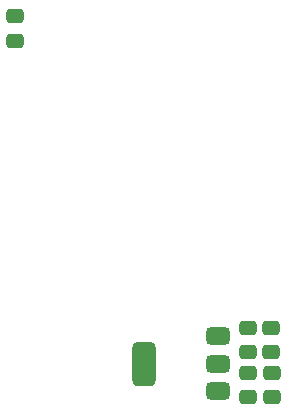
<source format=gbr>
%TF.GenerationSoftware,KiCad,Pcbnew,9.0.2*%
%TF.CreationDate,2025-07-15T20:25:20+05:30*%
%TF.ProjectId,peripherals-board-v2,70657269-7068-4657-9261-6c732d626f61,2*%
%TF.SameCoordinates,Original*%
%TF.FileFunction,Paste,Top*%
%TF.FilePolarity,Positive*%
%FSLAX46Y46*%
G04 Gerber Fmt 4.6, Leading zero omitted, Abs format (unit mm)*
G04 Created by KiCad (PCBNEW 9.0.2) date 2025-07-15 20:25:20*
%MOMM*%
%LPD*%
G01*
G04 APERTURE LIST*
G04 Aperture macros list*
%AMRoundRect*
0 Rectangle with rounded corners*
0 $1 Rounding radius*
0 $2 $3 $4 $5 $6 $7 $8 $9 X,Y pos of 4 corners*
0 Add a 4 corners polygon primitive as box body*
4,1,4,$2,$3,$4,$5,$6,$7,$8,$9,$2,$3,0*
0 Add four circle primitives for the rounded corners*
1,1,$1+$1,$2,$3*
1,1,$1+$1,$4,$5*
1,1,$1+$1,$6,$7*
1,1,$1+$1,$8,$9*
0 Add four rect primitives between the rounded corners*
20,1,$1+$1,$2,$3,$4,$5,0*
20,1,$1+$1,$4,$5,$6,$7,0*
20,1,$1+$1,$6,$7,$8,$9,0*
20,1,$1+$1,$8,$9,$2,$3,0*%
G04 Aperture macros list end*
%ADD10RoundRect,0.250000X-0.475000X0.337500X-0.475000X-0.337500X0.475000X-0.337500X0.475000X0.337500X0*%
%ADD11RoundRect,0.375000X0.625000X0.375000X-0.625000X0.375000X-0.625000X-0.375000X0.625000X-0.375000X0*%
%ADD12RoundRect,0.500000X0.500000X1.400000X-0.500000X1.400000X-0.500000X-1.400000X0.500000X-1.400000X0*%
G04 APERTURE END LIST*
D10*
%TO.C,C3*%
X82335000Y-93457500D03*
X82335000Y-95532500D03*
%TD*%
%TO.C,C4*%
X82425000Y-97257500D03*
X82425000Y-99332500D03*
%TD*%
%TO.C,C5*%
X60685000Y-67077500D03*
X60685000Y-69152500D03*
%TD*%
%TO.C,C2*%
X80345000Y-97257500D03*
X80345000Y-99332500D03*
%TD*%
D11*
%TO.C,U1*%
X77875000Y-98790000D03*
X77875000Y-96490000D03*
D12*
X71575000Y-96490000D03*
D11*
X77875000Y-94190000D03*
%TD*%
D10*
%TO.C,C1*%
X80355000Y-93457500D03*
X80355000Y-95532500D03*
%TD*%
M02*

</source>
